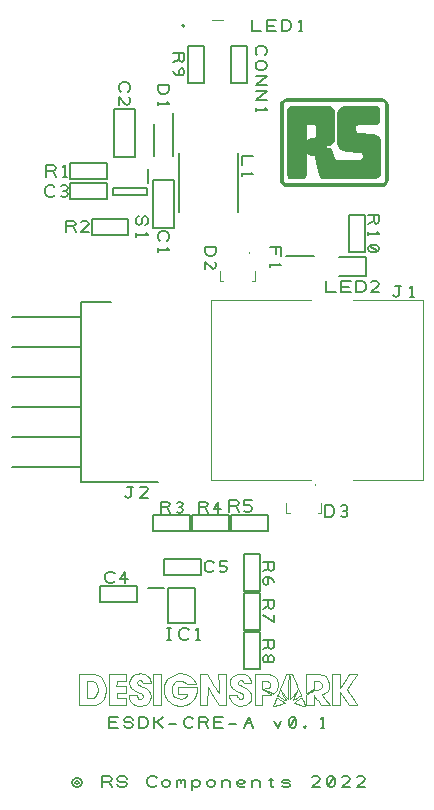
<source format=gbr>
G04 DesignSpark PCB PRO Gerber Version 10.0 Build 5299*
G04 #@! TF.Part,Single*
G04 #@! TF.FileFunction,Legend,Top*
G04 #@! TF.FilePolarity,Positive*
%FSLAX36Y36*%
%MOIN*%
%ADD70C,0.00300*%
%ADD71C,0.00394*%
%ADD17C,0.00500*%
%ADD18C,0.00787*%
%ADD19C,0.00800*%
G04 #@! TD.AperFunction*
X0Y0D02*
D02*
D17*
X188732Y2039248D02*
X185606Y2036122D01*
X179354Y2032996D01*
X169980D01*
X163732Y2036122D01*
X160606Y2039248D01*
X157480Y2045496D01*
Y2057996D01*
X160606Y2064248D01*
X163732Y2067374D01*
X169980Y2070496D01*
X179354D01*
X185606Y2067374D01*
X188732Y2064248D01*
X210606Y2036122D02*
X216854Y2032996D01*
X223106D01*
X229354Y2036122D01*
X232480Y2042374D01*
X229354Y2048622D01*
X223106Y2051748D01*
X216854D01*
X223106D02*
X229354Y2054874D01*
X232480Y2061122D01*
X229354Y2067374D01*
X223106Y2070496D01*
X216854D01*
X210606Y2067374D01*
X161417Y2099925D02*
Y2137425D01*
X183291D01*
X189543Y2134303D01*
X192669Y2128051D01*
X189543Y2121803D01*
X183291Y2118677D01*
X161417D01*
X183291D02*
X192669Y2099925D01*
X217669D02*
X230169D01*
X223917D02*
Y2137425D01*
X217669Y2131177D01*
X228346Y1914886D02*
Y1952386D01*
X250220D01*
X256472Y1949264D01*
X259598Y1943012D01*
X256472Y1936764D01*
X250220Y1933638D01*
X228346D01*
X250220D02*
X259598Y1914886D01*
X303346D02*
X278346D01*
X300220Y1936764D01*
X303346Y1943012D01*
X300220Y1949264D01*
X293972Y1952386D01*
X284598D01*
X278346Y1949264D01*
X241650Y2024681D02*
Y2077681D01*
X364650D01*
Y2024681D01*
X241650D01*
Y2091610D02*
Y2144610D01*
X364650D01*
Y2091610D01*
X241650D01*
X248031Y76992D02*
Y80118D01*
X251157Y89492D01*
X254283Y92618D01*
X260531Y95744D01*
X266783D01*
X273031Y92618D01*
X276157Y89492D01*
X279283Y80118D01*
Y76992D01*
X276157Y70744D01*
X273031Y67618D01*
X266783Y64492D01*
X260531D01*
X254283Y67618D01*
X251157Y70744D01*
X248031Y76992D01*
X269906D02*
X263657Y73870D01*
X257406Y76992D01*
Y83244D01*
X263657Y86370D01*
X269906Y83244D01*
X348031Y64492D02*
Y101992D01*
X369906D01*
X376157Y98870D01*
X379283Y92618D01*
X376157Y86370D01*
X369906Y83244D01*
X348031D01*
X369906D02*
X379283Y64492D01*
X398031Y73870D02*
X401157Y67618D01*
X407406Y64492D01*
X419906D01*
X426157Y67618D01*
X429283Y73870D01*
X426157Y80118D01*
X419906Y83244D01*
X407406D01*
X401157Y86370D01*
X398031Y92618D01*
X401157Y98870D01*
X407406Y101992D01*
X419906D01*
X426157Y98870D01*
X429283Y92618D01*
X529283Y70744D02*
X526157Y67618D01*
X519906Y64492D01*
X510531D01*
X504283Y67618D01*
X501157Y70744D01*
X498031Y76992D01*
Y89492D01*
X501157Y95744D01*
X504283Y98870D01*
X510531Y101992D01*
X519906D01*
X526157Y98870D01*
X529283Y95744D01*
X548031Y73870D02*
X551157Y67618D01*
X557406Y64492D01*
X563657D01*
X569906Y67618D01*
X573031Y73870D01*
Y80118D01*
X569906Y86370D01*
X563657Y89492D01*
X557406D01*
X551157Y86370D01*
X548031Y80118D01*
Y73870D01*
X598031Y64492D02*
Y89492D01*
Y86370D02*
X601157Y89492D01*
X607406D01*
X610531Y86370D01*
Y76992D01*
Y86370D02*
X613657Y89492D01*
X619906D01*
X623031Y86370D01*
Y64492D01*
X648031Y89492D02*
Y55118D01*
Y73870D02*
X651157Y67618D01*
X657406Y64492D01*
X663657D01*
X669906Y67618D01*
X673031Y73870D01*
Y80118D01*
X669906Y86370D01*
X663657Y89492D01*
X657406D01*
X651157Y86370D01*
X648031Y80118D01*
Y73870D01*
X698031D02*
X701157Y67618D01*
X707406Y64492D01*
X713657D01*
X719906Y67618D01*
X723031Y73870D01*
Y80118D01*
X719906Y86370D01*
X713657Y89492D01*
X707406D01*
X701157Y86370D01*
X698031Y80118D01*
Y73870D01*
X748031Y64492D02*
Y89492D01*
Y80118D02*
X751157Y86370D01*
X757406Y89492D01*
X763657D01*
X769906Y86370D01*
X773031Y80118D01*
Y64492D01*
X823031Y67618D02*
X819906Y64492D01*
X813657D01*
X807406D01*
X801157Y67618D01*
X798031Y73870D01*
Y83244D01*
X801157Y86370D01*
X807406Y89492D01*
X813657D01*
X819906Y86370D01*
X823031Y83244D01*
Y80118D01*
X819906Y76992D01*
X813657Y73870D01*
X807406D01*
X801157Y76992D01*
X798031Y80118D01*
X848031Y64492D02*
Y89492D01*
Y80118D02*
X851157Y86370D01*
X857406Y89492D01*
X863657D01*
X869906Y86370D01*
X873031Y80118D01*
Y64492D01*
X903240Y89492D02*
X917823D01*
X910531Y95744D02*
Y67618D01*
X913657Y64492D01*
X916783D01*
X919906Y67618D01*
X948031D02*
X954283Y64492D01*
X966783D01*
X973031Y67618D01*
Y73870D01*
X966783Y76992D01*
X954283D01*
X948031Y80118D01*
Y86370D01*
X954283Y89492D01*
X966783D01*
X973031Y86370D01*
X1073031Y64492D02*
X1048031D01*
X1069906Y86370D01*
X1073031Y92618D01*
X1069906Y98870D01*
X1063657Y101992D01*
X1054283D01*
X1048031Y98870D01*
X1101157Y67618D02*
X1107406Y64492D01*
X1113657D01*
X1119906Y67618D01*
X1123031Y73870D01*
Y92618D01*
X1119906Y98870D01*
X1113657Y101992D01*
X1107406D01*
X1101157Y98870D01*
X1098031Y92618D01*
Y73870D01*
X1101157Y67618D01*
X1119906Y98870D01*
X1173031Y64492D02*
X1148031D01*
X1169906Y86370D01*
X1173031Y92618D01*
X1169906Y98870D01*
X1163657Y101992D01*
X1154283D01*
X1148031Y98870D01*
X1223031Y64492D02*
X1198031D01*
X1219906Y86370D01*
X1223031Y92618D01*
X1219906Y98870D01*
X1213657Y101992D01*
X1204283D01*
X1198031Y98870D01*
X312516Y1906571D02*
Y1959571D01*
X435516D01*
Y1906571D01*
X312516D01*
X389520Y751646D02*
X386394Y748520D01*
X380142Y745394D01*
X370768D01*
X364520Y748520D01*
X361394Y751646D01*
X358268Y757894D01*
Y770394D01*
X361394Y776646D01*
X364520Y779772D01*
X370768Y782894D01*
X380142D01*
X386394Y779772D01*
X389520Y776646D01*
X423894Y745394D02*
Y782894D01*
X408268Y757894D01*
X433268D01*
X370079Y261343D02*
Y298843D01*
X401331D01*
X395079Y280094D02*
X370079D01*
Y261343D02*
X401331D01*
X420079Y270720D02*
X423205Y264469D01*
X429453Y261343D01*
X441953D01*
X448205Y264469D01*
X451331Y270720D01*
X448205Y276969D01*
X441953Y280094D01*
X429453D01*
X423205Y283220D01*
X420079Y289469D01*
X423205Y295720D01*
X429453Y298843D01*
X441953D01*
X448205Y295720D01*
X451331Y289469D01*
X470079Y261343D02*
Y298843D01*
X488831D01*
X495079Y295720D01*
X498205Y292594D01*
X501331Y286343D01*
Y273843D01*
X498205Y267594D01*
X495079Y264469D01*
X488831Y261343D01*
X470079D01*
X520079D02*
Y298843D01*
Y280094D02*
X529453D01*
X551331Y298843D01*
X529453Y280094D02*
X551331Y261343D01*
X570079Y273843D02*
X595079D01*
X651331Y267594D02*
X648205Y264469D01*
X641953Y261343D01*
X632579D01*
X626331Y264469D01*
X623205Y267594D01*
X620079Y273843D01*
Y286343D01*
X623205Y292594D01*
X626331Y295720D01*
X632579Y298843D01*
X641953D01*
X648205Y295720D01*
X651331Y292594D01*
X670079Y261343D02*
Y298843D01*
X691953D01*
X698205Y295720D01*
X701331Y289469D01*
X698205Y283220D01*
X691953Y280094D01*
X670079D01*
X691953D02*
X701331Y261343D01*
X720079D02*
Y298843D01*
X751331D01*
X745079Y280094D02*
X720079D01*
Y261343D02*
X751331D01*
X770079Y273843D02*
X795079D01*
X820079Y261343D02*
X835705Y298843D01*
X851331Y261343D01*
X826331Y276969D02*
X845079D01*
X920079Y286343D02*
X932579Y261343D01*
X945079Y286343D01*
X973205Y264469D02*
X979453Y261343D01*
X985705D01*
X991953Y264469D01*
X995079Y270720D01*
Y289469D01*
X991953Y295720D01*
X985705Y298843D01*
X979453D01*
X973205Y295720D01*
X970079Y289469D01*
Y270720D01*
X973205Y264469D01*
X991953Y295720D01*
X1023205Y261343D02*
X1026331Y264469D01*
X1023205Y267594D01*
X1020079Y264469D01*
X1023205Y261343D01*
X1076331D02*
X1088831D01*
X1082579D02*
Y298843D01*
X1076331Y292594D01*
X409327Y2382134D02*
X406201Y2385260D01*
X403075Y2391512D01*
Y2400886D01*
X406201Y2407134D01*
X409327Y2410260D01*
X415575Y2413386D01*
X428075D01*
X434327Y2410260D01*
X437453Y2407134D01*
X440575Y2400886D01*
Y2391512D01*
X437453Y2385260D01*
X434327Y2382134D01*
X403075Y2338386D02*
Y2363386D01*
X424953Y2341512D01*
X431201Y2338386D01*
X437453Y2341512D01*
X440575Y2347760D01*
Y2357134D01*
X437453Y2363386D01*
X425197Y1035311D02*
X428323Y1032185D01*
X434571Y1029059D01*
X440823Y1032185D01*
X443949Y1035311D01*
Y1066559D01*
X450197D01*
X443949D02*
X431449D01*
X500197Y1029059D02*
X475197D01*
X497071Y1050937D01*
X500197Y1057185D01*
X497071Y1063437D01*
X490823Y1066559D01*
X481449D01*
X475197Y1063437D01*
X471508Y1968504D02*
X465256Y1965378D01*
X462130Y1959130D01*
Y1946630D01*
X465256Y1940378D01*
X471508Y1937252D01*
X477756Y1940378D01*
X480882Y1946630D01*
Y1959130D01*
X484008Y1965378D01*
X490256Y1968504D01*
X496508Y1965378D01*
X499630Y1959130D01*
Y1946630D01*
X496508Y1940378D01*
X490256Y1937252D01*
X462130Y1912252D02*
Y1899752D01*
Y1906004D02*
X499630D01*
X493382Y1912252D01*
X456260Y2164094D02*
Y2324094D01*
X386260D01*
Y2164094D01*
X456260D01*
X463075Y734961D02*
Y681961D01*
X340075D01*
Y734961D01*
X463075D01*
X516181Y2087874D02*
Y1927874D01*
X586181D01*
Y2087874D01*
X516181D01*
X517240Y918382D02*
Y971382D01*
X640240D01*
Y918382D01*
X517240D01*
X539248Y1886071D02*
X536122Y1889197D01*
X532996Y1895449D01*
Y1904823D01*
X536122Y1911071D01*
X539248Y1914197D01*
X545496Y1917323D01*
X557996D01*
X564248Y1914197D01*
X567374Y1911071D01*
X570496Y1904823D01*
Y1895449D01*
X567374Y1889197D01*
X564248Y1886071D01*
X532996Y1861071D02*
Y1848571D01*
Y1854823D02*
X570496D01*
X564248Y1861071D01*
X532996Y2405512D02*
X570496D01*
Y2386760D01*
X567374Y2380512D01*
X564248Y2377386D01*
X557996Y2374260D01*
X545496D01*
X539248Y2377386D01*
X536122Y2380512D01*
X532996Y2386760D01*
Y2405512D01*
Y2349260D02*
Y2336760D01*
Y2343012D02*
X570496D01*
X564248Y2349260D01*
X543106Y978622D02*
Y1016122D01*
X564980D01*
X571232Y1013000D01*
X574358Y1006748D01*
X571232Y1000500D01*
X564980Y997374D01*
X543106D01*
X564980D02*
X574358Y978622D01*
X596232Y981748D02*
X602480Y978622D01*
X608732D01*
X614980Y981748D01*
X618106Y988000D01*
X614980Y994248D01*
X608732Y997374D01*
X602480D01*
X608732D02*
X614980Y1000500D01*
X618106Y1006748D01*
X614980Y1013000D01*
X608732Y1016122D01*
X602480D01*
X596232Y1013000D01*
X563748Y556618D02*
X576248D01*
X570000D02*
Y594118D01*
X563748D02*
X576248D01*
X635626Y562870D02*
X632500Y559744D01*
X626248Y556618D01*
X616874D01*
X610626Y559744D01*
X607500Y562870D01*
X604374Y569118D01*
Y581618D01*
X607500Y587870D01*
X610626Y590996D01*
X616874Y594118D01*
X626248D01*
X632500Y590996D01*
X635626Y587870D01*
X660626Y556618D02*
X673126D01*
X666874D02*
Y594118D01*
X660626Y587870D01*
X584177Y2511811D02*
X621677D01*
Y2489937D01*
X618555Y2483685D01*
X612303Y2480559D01*
X606055Y2483685D01*
X602929Y2489937D01*
Y2511811D01*
Y2489937D02*
X584177Y2480559D01*
Y2452437D02*
X587303Y2446185D01*
X593555Y2439937D01*
X602929Y2436811D01*
X612303D01*
X618555Y2439937D01*
X621677Y2446185D01*
Y2452437D01*
X618555Y2458685D01*
X612303Y2461811D01*
X606055Y2458685D01*
X602929Y2452437D01*
Y2446185D01*
X606055Y2439937D01*
X612303Y2436811D01*
X634917Y2533941D02*
X687917D01*
Y2410941D01*
X634917D01*
Y2533941D01*
X647161Y918382D02*
Y971382D01*
X770161D01*
Y918382D01*
X647161D01*
X669091Y978622D02*
Y1016122D01*
X690965D01*
X697217Y1013000D01*
X700343Y1006748D01*
X697217Y1000500D01*
X690965Y997374D01*
X669091D01*
X690965D02*
X700343Y978622D01*
X734717D02*
Y1016122D01*
X719091Y991122D01*
X744091D01*
X675673Y825713D02*
Y772713D01*
X552673D01*
Y825713D01*
X675673D01*
X690476Y1866142D02*
X727976D01*
Y1847390D01*
X724854Y1841142D01*
X721728Y1838016D01*
X715476Y1834890D01*
X702976D01*
X696728Y1838016D01*
X693602Y1841142D01*
X690476Y1847390D01*
Y1866142D01*
Y1791142D02*
Y1816142D01*
X712354Y1794268D01*
X718602Y1791142D01*
X724854Y1794268D01*
X727976Y1800516D01*
Y1809890D01*
X724854Y1816142D01*
X720228Y787280D02*
X717102Y784154D01*
X710850Y781028D01*
X701476D01*
X695228Y784154D01*
X692102Y787280D01*
X688976Y793528D01*
Y806028D01*
X692102Y812280D01*
X695228Y815406D01*
X701476Y818528D01*
X710850D01*
X717102Y815406D01*
X720228Y812280D01*
X738976Y784154D02*
X745228Y781028D01*
X754602D01*
X760850Y784154D01*
X763976Y790406D01*
Y793528D01*
X760850Y799780D01*
X754602Y802906D01*
X738976D01*
Y818528D01*
X763976D01*
X771453Y982559D02*
Y1020059D01*
X793327D01*
X799579Y1016937D01*
X802705Y1010685D01*
X799579Y1004437D01*
X793327Y1001311D01*
X771453D01*
X793327D02*
X802705Y982559D01*
X821453Y985685D02*
X827705Y982559D01*
X837079D01*
X843327Y985685D01*
X846453Y991937D01*
Y995059D01*
X843327Y1001311D01*
X837079Y1004437D01*
X821453D01*
Y1020059D01*
X846453D01*
X777083Y918382D02*
Y971382D01*
X900083D01*
Y918382D01*
X777083D01*
X850024Y2169291D02*
X812524D01*
Y2138039D01*
Y2113039D02*
Y2100539D01*
Y2106791D02*
X850024D01*
X843776Y2113039D01*
X819957Y580984D02*
X872957D01*
Y457984D01*
X819957D01*
Y580984D01*
Y710906D02*
X872957D01*
Y587906D01*
X819957D01*
Y710906D01*
Y840827D02*
X872957D01*
Y717827D01*
X819957D01*
Y840827D01*
X829650Y2410941D02*
X776650D01*
Y2533941D01*
X829650D01*
Y2410941D01*
X846457Y2621677D02*
Y2584177D01*
X877709D01*
X896457D02*
Y2621677D01*
X927709D01*
X921457Y2602929D02*
X896457D01*
Y2584177D02*
X927709D01*
X946457D02*
Y2621677D01*
X965209D01*
X971457Y2618555D01*
X974583Y2615429D01*
X977709Y2609177D01*
Y2596677D01*
X974583Y2590429D01*
X971457Y2587303D01*
X965209Y2584177D01*
X946457D01*
X1002709D02*
X1015209D01*
X1008957D02*
Y2621677D01*
X1002709Y2615429D01*
X865276Y2504181D02*
X862150Y2507307D01*
X859024Y2513559D01*
Y2522933D01*
X862150Y2529181D01*
X865276Y2532307D01*
X871524Y2535433D01*
X884024D01*
X890276Y2532307D01*
X893402Y2529181D01*
X896524Y2522933D01*
Y2513559D01*
X893402Y2507307D01*
X890276Y2504181D01*
X871524Y2485433D02*
X884024D01*
X890276Y2482307D01*
X893402Y2479181D01*
X896524Y2472933D01*
Y2466681D01*
X893402Y2460433D01*
X890276Y2457307D01*
X884024Y2454181D01*
X871524D01*
X865276Y2457307D01*
X862150Y2460433D01*
X859024Y2466681D01*
Y2472933D01*
X862150Y2479181D01*
X865276Y2482307D01*
X871524Y2485433D01*
X859024Y2435433D02*
X896524D01*
X859024Y2404181D01*
X896524D01*
X859024Y2385433D02*
X896524D01*
X859024Y2354181D01*
X896524D01*
X859024Y2329181D02*
Y2316681D01*
Y2322933D02*
X896524D01*
X890276Y2329181D01*
X883390Y555118D02*
X920890D01*
Y533244D01*
X917768Y526992D01*
X911516Y523866D01*
X905268Y526992D01*
X902142Y533244D01*
Y555118D01*
Y533244D02*
X883390Y523866D01*
X902142Y495744D02*
Y489492D01*
X905268Y483244D01*
X911516Y480118D01*
X917768Y483244D01*
X920890Y489492D01*
Y495744D01*
X917768Y501992D01*
X911516Y505118D01*
X905268Y501992D01*
X902142Y495744D01*
X899016Y501992D01*
X892768Y505118D01*
X886516Y501992D01*
X883390Y495744D01*
Y489492D01*
X886516Y483244D01*
X892768Y480118D01*
X899016Y483244D01*
X902142Y489492D01*
X883390Y688976D02*
X920890D01*
Y667102D01*
X917768Y660850D01*
X911516Y657724D01*
X905268Y660850D01*
X902142Y667102D01*
Y688976D01*
Y667102D02*
X883390Y657724D01*
Y638976D02*
X920890Y613976D01*
Y638976D01*
X883390Y814961D02*
X920890D01*
Y793087D01*
X917768Y786835D01*
X911516Y783709D01*
X905268Y786835D01*
X902142Y793087D01*
Y814961D01*
Y793087D02*
X883390Y783709D01*
X892768Y764961D02*
X899016Y761835D01*
X902142Y755587D01*
Y749335D01*
X899016Y743087D01*
X892768Y739961D01*
X886516Y743087D01*
X883390Y749335D01*
Y755587D01*
X886516Y761835D01*
X892768Y764961D01*
X902142D01*
X911516Y761835D01*
X917768Y755587D01*
X920890Y749335D01*
X907012Y1866142D02*
X944512D01*
Y1834890D01*
X925764Y1841142D02*
Y1866142D01*
X907012Y1809890D02*
Y1797390D01*
Y1803642D02*
X944512D01*
X938264Y1809890D01*
X968697Y2103563D02*
Y2320457D01*
X969445Y2325890D01*
X971736Y2329819D01*
X975646Y2332201D01*
X981248Y2333004D01*
X1098126D01*
X1107575Y2331173D01*
X1114598Y2326287D01*
X1118972Y2319272D01*
X1120480Y2311043D01*
Y2225150D01*
X1118961Y2216980D01*
X1114795Y2210390D01*
X1108567Y2205787D01*
X1100870Y2203575D01*
X1094205Y2202106D01*
X1092709Y2200488D01*
X1092244Y2197693D01*
X1092665Y2195512D01*
X1094154Y2194067D01*
X1101654Y2192201D01*
X1105591Y2191228D01*
X1109008Y2189114D01*
X1113421Y2182791D01*
X1122047Y2159650D01*
X1125433Y2153520D01*
X1129055Y2151433D01*
X1134992Y2150630D01*
X1205587D01*
X1211311Y2151413D01*
X1215492Y2153669D01*
X1218051Y2157248D01*
X1218925Y2162004D01*
Y2170630D01*
X1218287Y2175063D01*
X1216177Y2178720D01*
X1212303Y2181276D01*
X1206374Y2182398D01*
X1163622Y2184358D01*
X1152591Y2187209D01*
X1143622Y2193035D01*
X1137591Y2201291D01*
X1135386Y2211421D01*
Y2307118D01*
X1137008Y2317642D01*
X1141610Y2325110D01*
X1148787Y2329567D01*
X1158134Y2331043D01*
X1258535D01*
X1264528Y2330248D01*
X1268535Y2327906D01*
X1270780Y2324094D01*
X1271480Y2318886D01*
Y2286724D01*
X1270713Y2281063D01*
X1268291Y2277016D01*
X1264031Y2274591D01*
X1257752Y2273780D01*
X1203236D01*
X1197921Y2272898D01*
X1194264Y2270547D01*
X1192150Y2267161D01*
X1191469Y2263193D01*
Y2252209D01*
X1192413Y2248189D01*
X1195197Y2245051D01*
X1199744Y2242945D01*
X1205980Y2242012D01*
X1251083Y2239268D01*
X1260673Y2236591D01*
X1268390Y2230492D01*
X1273531Y2222114D01*
X1275402Y2212598D01*
Y2114154D01*
X1274843Y2109094D01*
X1273276Y2104783D01*
X1267803Y2098319D01*
X1260343Y2094575D01*
X1252260Y2093366D01*
X1090673D01*
X1085079Y2093760D01*
X1080622Y2095327D01*
X1077272Y2098661D01*
X1074984Y2104350D01*
X1060866Y2162004D01*
X1059303Y2166697D01*
X1056894Y2170142D01*
X1052646Y2172260D01*
X1045571Y2172984D01*
X1040693Y2173657D01*
X1036843Y2175728D01*
X1034319Y2179272D01*
X1033409Y2184358D01*
Y2214559D01*
X1034165Y2219646D01*
X1036500Y2223185D01*
X1040528Y2225260D01*
X1046354Y2225933D01*
X1054197D01*
X1058996Y2227016D01*
X1062287Y2229902D01*
X1064181Y2234039D01*
X1064787Y2238874D01*
Y2263583D01*
X1063937Y2268280D01*
X1061504Y2271720D01*
X1057673Y2273843D01*
X1052630Y2274567D01*
X1025961D01*
Y2104740D01*
X1024772Y2099323D01*
X1021744Y2095819D01*
X1017685Y2093933D01*
X1013409Y2093366D01*
X980854D01*
X975480Y2094079D01*
X971689Y2096114D01*
X969437Y2099323D01*
X968697Y2103563D01*
G36*
X968697Y2103563D02*
Y2320457D01*
X969445Y2325890D01*
X971736Y2329819D01*
X975646Y2332201D01*
X981248Y2333004D01*
X1098126D01*
X1107575Y2331173D01*
X1114598Y2326287D01*
X1118972Y2319272D01*
X1120480Y2311043D01*
Y2225150D01*
X1118961Y2216980D01*
X1114795Y2210390D01*
X1108567Y2205787D01*
X1100870Y2203575D01*
X1094205Y2202106D01*
X1092709Y2200488D01*
X1092244Y2197693D01*
X1092665Y2195512D01*
X1094154Y2194067D01*
X1101654Y2192201D01*
X1105591Y2191228D01*
X1109008Y2189114D01*
X1113421Y2182791D01*
X1122047Y2159650D01*
X1125433Y2153520D01*
X1129055Y2151433D01*
X1134992Y2150630D01*
X1205587D01*
X1211311Y2151413D01*
X1215492Y2153669D01*
X1218051Y2157248D01*
X1218925Y2162004D01*
Y2170630D01*
X1218287Y2175063D01*
X1216177Y2178720D01*
X1212303Y2181276D01*
X1206374Y2182398D01*
X1163622Y2184358D01*
X1152591Y2187209D01*
X1143622Y2193035D01*
X1137591Y2201291D01*
X1135386Y2211421D01*
Y2307118D01*
X1137008Y2317642D01*
X1141610Y2325110D01*
X1148787Y2329567D01*
X1158134Y2331043D01*
X1258535D01*
X1264528Y2330248D01*
X1268535Y2327906D01*
X1270780Y2324094D01*
X1271480Y2318886D01*
Y2286724D01*
X1270713Y2281063D01*
X1268291Y2277016D01*
X1264031Y2274591D01*
X1257752Y2273780D01*
X1203236D01*
X1197921Y2272898D01*
X1194264Y2270547D01*
X1192150Y2267161D01*
X1191469Y2263193D01*
Y2252209D01*
X1192413Y2248189D01*
X1195197Y2245051D01*
X1199744Y2242945D01*
X1205980Y2242012D01*
X1251083Y2239268D01*
X1260673Y2236591D01*
X1268390Y2230492D01*
X1273531Y2222114D01*
X1275402Y2212598D01*
Y2114154D01*
X1274843Y2109094D01*
X1273276Y2104783D01*
X1267803Y2098319D01*
X1260343Y2094575D01*
X1252260Y2093366D01*
X1090673D01*
X1085079Y2093760D01*
X1080622Y2095327D01*
X1077272Y2098661D01*
X1074984Y2104350D01*
X1060866Y2162004D01*
X1059303Y2166697D01*
X1056894Y2170142D01*
X1052646Y2172260D01*
X1045571Y2172984D01*
X1040693Y2173657D01*
X1036843Y2175728D01*
X1034319Y2179272D01*
X1033409Y2184358D01*
Y2214559D01*
X1034165Y2219646D01*
X1036500Y2223185D01*
X1040528Y2225260D01*
X1046354Y2225933D01*
X1054197D01*
X1058996Y2227016D01*
X1062287Y2229902D01*
X1064181Y2234039D01*
X1064787Y2238874D01*
Y2263583D01*
X1063937Y2268280D01*
X1061504Y2271720D01*
X1057673Y2273843D01*
X1052630Y2274567D01*
X1025961D01*
Y2104740D01*
X1024772Y2099323D01*
X1021744Y2095819D01*
X1017685Y2093933D01*
X1013409Y2093366D01*
X980854D01*
X975480Y2094079D01*
X971689Y2096114D01*
X969437Y2099323D01*
X968697Y2103563D01*
G37*
X1090551Y966067D02*
Y1003567D01*
X1109303D01*
X1115551Y1000445D01*
X1118677Y997319D01*
X1121803Y991067D01*
Y978567D01*
X1118677Y972319D01*
X1115551Y969193D01*
X1109303Y966067D01*
X1090551D01*
X1143677Y969193D02*
X1149925Y966067D01*
X1156177D01*
X1162425Y969193D01*
X1165551Y975445D01*
X1162425Y981693D01*
X1156177Y984819D01*
X1149925D01*
X1156177D02*
X1162425Y987945D01*
X1165551Y994193D01*
X1162425Y1000445D01*
X1156177Y1003567D01*
X1149925D01*
X1143677Y1000445D01*
X1094488Y1751598D02*
Y1714098D01*
X1125740D01*
X1144488D02*
Y1751598D01*
X1175740D01*
X1169488Y1732850D02*
X1144488D01*
Y1714098D02*
X1175740D01*
X1194488D02*
Y1751598D01*
X1213240D01*
X1219488Y1748476D01*
X1222614Y1745350D01*
X1225740Y1739098D01*
Y1726598D01*
X1222614Y1720350D01*
X1219488Y1717224D01*
X1213240Y1714098D01*
X1194488D01*
X1269488D02*
X1244488D01*
X1266362Y1735976D01*
X1269488Y1742224D01*
X1266362Y1748476D01*
X1260114Y1751598D01*
X1250740D01*
X1244488Y1748476D01*
X1223350Y1847949D02*
X1170350D01*
Y1970949D01*
X1223350D01*
Y1847949D01*
X1233783Y1972441D02*
X1271283D01*
Y1950567D01*
X1268161Y1944315D01*
X1261909Y1941189D01*
X1255661Y1944315D01*
X1252535Y1950567D01*
Y1972441D01*
Y1950567D02*
X1233783Y1941189D01*
Y1916189D02*
Y1903689D01*
Y1909941D02*
X1271283D01*
X1265035Y1916189D01*
X1236909Y1869315D02*
X1233783Y1863067D01*
Y1856815D01*
X1236909Y1850567D01*
X1243161Y1847441D01*
X1261909D01*
X1268161Y1850567D01*
X1271283Y1856815D01*
Y1863067D01*
X1268161Y1869315D01*
X1261909Y1872441D01*
X1243161D01*
X1236909Y1869315D01*
X1268161Y1850567D01*
X1318898Y1704602D02*
X1322024Y1701476D01*
X1328272Y1698350D01*
X1334524Y1701476D01*
X1337650Y1704602D01*
Y1735850D01*
X1343898D01*
X1337650D02*
X1325150D01*
X1375150Y1698350D02*
X1387650D01*
X1381398D02*
Y1735850D01*
X1375150Y1729602D01*
D02*
D18*
X275591Y1131890D02*
X45669D01*
X275591Y1231890D02*
X45669D01*
X275591Y1331890D02*
X45669D01*
X275591Y1431890D02*
X45669D01*
X275591Y1531890D02*
X45669D01*
X275591Y1631890D02*
X45669D01*
X498031Y2062992D02*
Y2039370D01*
X383858D01*
Y2062992D01*
X498031D01*
X499256Y728146D02*
X554374D01*
X500000Y2124016D02*
Y2076772D01*
X519685Y2273425D02*
Y2167520D01*
X535433Y1081890D02*
X275591D01*
Y1681890D01*
X375591D01*
X568154Y728146D02*
X658705D01*
Y610035D01*
X568154D01*
Y728146D01*
X582677Y2312008D02*
Y2167520D01*
X602362Y2177165D02*
Y1980315D01*
X618110Y2598425D02*
Y2606299D02*
G75*
G03*
Y2598425I0J-3937D01*
G01*
Y2606299D02*
G75*
G02*
Y2598425I0J-3937D01*
G01*
X799213Y1980315D02*
Y2177165D01*
X1054646Y1834646D02*
X961102D01*
X1135827Y1766732D02*
X1227362D01*
Y1831693D01*
X1135827D01*
D02*
D19*
X1278146Y2066984D02*
X1286890Y2068748D01*
X1294031Y2073563D01*
X1298843Y2080701D01*
X1300610Y2089445D01*
Y2335748D01*
X1298843Y2344492D01*
X1294031Y2351634D01*
X1286890Y2356449D01*
X1278146Y2358213D01*
X965953D01*
X957209Y2356449D01*
X950067Y2351634D01*
X945252Y2344492D01*
X943488Y2335748D01*
Y2089445D01*
X945252Y2080701D01*
X950067Y2073563D01*
X957209Y2068748D01*
X965953Y2066984D01*
X1278146D01*
X1293677Y2335756D02*
X1292457Y2341799D01*
X1289130Y2346736D01*
X1284193Y2350063D01*
X1278146Y2351283D01*
X965953D01*
X959906Y2350063D01*
X954969Y2346736D01*
X951642Y2341799D01*
X950421Y2335756D01*
Y2089453D01*
X951642Y2083406D01*
X954969Y2078469D01*
X959906Y2075142D01*
X965953Y2073921D01*
X1278146D01*
X1284193Y2075142D01*
X1289126Y2078469D01*
X1292457Y2083406D01*
X1293677Y2089453D01*
Y2335756D01*
D02*
D70*
X269902Y337701D02*
Y441957D01*
X296433Y441531D01*
X299996Y441476D01*
X310709Y441240D01*
X319563Y440803D01*
X325020Y440059D01*
X328126Y439193D01*
X329142Y438819D01*
X332665Y437516D01*
X342480Y431429D01*
X352157Y420567D01*
X358063Y406449D01*
X360059Y393567D01*
Y385059D01*
X358244Y372425D01*
X352756Y358870D01*
X343476Y348445D01*
X333787Y342378D01*
X330315Y340992D01*
X329303Y340598D01*
X326173Y339614D01*
X320866Y338815D01*
X311945Y338386D01*
X300713Y338150D01*
X296976Y338098D01*
X269902Y337701D01*
X316378Y362043D02*
X318205Y362543D01*
X323374Y365169D01*
X328445Y370232D01*
X331661Y377354D01*
X332976Y384307D01*
X333106Y386638D01*
X333295Y390173D01*
X331953Y400874D01*
X326665Y410902D01*
X317106Y416843D01*
X306685Y418795D01*
X297240D01*
Y360835D01*
X304634Y360846D01*
X306256D01*
X311126Y361209D01*
X315772Y361882D01*
X316378Y362043D01*
X370516Y337874D02*
Y441768D01*
X428472D01*
Y418858D01*
X412350Y418551D01*
X396224Y418248D01*
X395898Y410327D01*
X395571Y402390D01*
X427386D01*
Y378331D01*
X395579D01*
X395898Y369858D01*
X396224Y361382D01*
X412350Y361079D01*
X428472Y360772D01*
Y337874D01*
X370516D01*
X460996Y336803D02*
X458366Y337465D01*
X450945Y341154D01*
X443083Y348177D01*
X437957Y357236D01*
X436134Y365012D01*
Y371772D01*
X451020D01*
X456551Y371728D01*
X460524Y371441D01*
X462268Y370705D01*
X462823Y369677D01*
X462929Y369315D01*
X463366Y367764D01*
X465598Y362437D01*
X468461Y359449D01*
X469220Y359051D01*
X469965Y358665D01*
X472508Y358035D01*
X475657Y358252D01*
X478496Y359488D01*
X480846Y361528D01*
X482504Y364165D01*
X483303Y367189D01*
X483059Y370374D01*
X482075Y372827D01*
X481594Y373524D01*
X481374Y373831D01*
X479961Y374846D01*
X476681Y376768D01*
X472240Y379055D01*
X468398Y380862D01*
X467102Y381425D01*
X463539Y382984D01*
X453185Y388421D01*
X444240Y395374D01*
X439453Y403138D01*
X438039Y410220D01*
Y414768D01*
X439165Y421358D01*
X442626Y428768D01*
X448500Y434941D01*
X454693Y438988D01*
X456906Y440024D01*
X457921Y440508D01*
X461028Y441843D01*
X464551Y442854D01*
X468630Y443303D01*
X472969Y443390D01*
X475799D01*
X479984Y443283D01*
X484012Y442878D01*
X487331Y442024D01*
X489972Y440976D01*
X490823Y440571D01*
X492669Y439705D01*
X497882Y436299D01*
X503287Y430874D01*
X506980Y424346D01*
X508689Y418697D01*
X508949Y416764D01*
X509685Y411138D01*
X483327D01*
X482067Y414980D01*
X481693Y416091D01*
X478949Y419650D01*
X474504Y420984D01*
X471866D01*
X468398Y419500D01*
X465339Y415909D01*
X464484Y411500D01*
X465713Y408264D01*
X466484Y407571D01*
X466740Y407335D01*
X468331Y406374D01*
X471953Y404378D01*
X476835Y401854D01*
X481031Y399783D01*
X482441Y399098D01*
X485921Y397425D01*
X496091Y391732D01*
X504504Y384744D01*
X508756Y376878D01*
X509917Y369358D01*
Y366850D01*
X509909Y364476D01*
X508819Y357366D01*
X505520Y349591D01*
X499921Y343386D01*
X494059Y339559D01*
X491965Y338618D01*
X490547Y337992D01*
X485720Y337028D01*
X476992Y336098D01*
X468008Y335980D01*
X462681Y336378D01*
X460996Y336803D01*
X517063Y337874D02*
Y441768D01*
X544406D01*
Y337874D01*
X517063D01*
X592634Y337413D02*
X589898Y338150D01*
X582028Y341559D01*
X572598Y347858D01*
X564618Y356102D01*
X559654Y363421D01*
X558362Y366028D01*
X557689Y367382D01*
X555780Y371484D01*
X554343Y375657D01*
X553654Y380217D01*
X553374Y385165D01*
X553323Y386807D01*
X553224Y389201D01*
X553429Y396378D01*
X554610Y404504D01*
X557016Y411713D01*
X559697Y416925D01*
X560756Y418551D01*
X564138Y423760D01*
X579307Y436150D01*
X602965Y443488D01*
X627728Y440228D01*
X645224Y430618D01*
X649654Y426047D01*
X650575Y425094D01*
X652996Y421862D01*
X656480Y416433D01*
X659213Y411276D01*
X660323Y408744D01*
Y407689D01*
X656469Y407067D01*
X648327Y406768D01*
X630909D01*
X628028Y410539D01*
X626799Y412142D01*
X621780Y415909D01*
X613567Y419106D01*
X604673Y419850D01*
X598252Y418720D01*
X596350Y417843D01*
X595035Y417256D01*
X591437Y414756D01*
X586972Y410346D01*
X583331Y405114D01*
X581378Y400992D01*
X580961Y399547D01*
X580299Y397283D01*
X579669Y390067D01*
X580953Y380520D01*
X584520Y371898D01*
X588480Y366571D01*
X590134Y365193D01*
X592134Y363539D01*
X599512Y360205D01*
X609945Y359063D01*
X620051Y361669D01*
X626756Y365992D01*
X628445Y367913D01*
X629268Y368866D01*
X631543Y371909D01*
X631240Y374043D01*
X626563Y374902D01*
X619063Y375051D01*
X601276D01*
Y396921D01*
X663602D01*
Y385909D01*
X660665Y372390D01*
X652453Y356768D01*
X639819Y344709D01*
X627878Y338461D01*
X623650Y337358D01*
X621906Y336909D01*
X616535Y336197D01*
X608091Y335823D01*
X599661Y336228D01*
X594343Y336957D01*
X592634Y337413D01*
X673449Y337874D02*
Y441831D01*
X685142Y441520D01*
X696827Y441213D01*
X716264Y409630D01*
X718157Y406555D01*
X723854Y397327D01*
X730189Y387138D01*
X734591Y380134D01*
X736299Y377472D01*
X736406Y377378D01*
X736618Y379685D01*
X736673Y386453D01*
X736567Y396654D01*
X736394Y406087D01*
X736319Y409224D01*
X735520Y441768D01*
X760937D01*
Y337799D01*
X737421Y338417D01*
X718283Y368972D01*
X699142Y399539D01*
X698567Y337874D01*
X673449D01*
X798563Y336740D02*
X795744Y337350D01*
X787646Y340882D01*
X779220Y347807D01*
X773795Y356917D01*
X771874Y364925D01*
Y371772D01*
X797846D01*
X798531Y367500D01*
X798681Y366547D01*
X799866Y363772D01*
X802354Y360598D01*
X805567Y358390D01*
X808185Y357555D01*
X809854D01*
X812244Y358378D01*
X815051Y359992D01*
X815535Y360386D01*
X816205Y360961D01*
X818224Y363516D01*
X818898Y366535D01*
Y368516D01*
X818280Y371417D01*
X815929Y374598D01*
X811091Y377752D01*
X805067Y380646D01*
X803035Y381531D01*
X799843Y382921D01*
X790543Y387654D01*
X782051Y393567D01*
X776799Y400008D01*
X774417Y405693D01*
X774000Y407654D01*
X773626Y409417D01*
X773433Y414886D01*
X774854Y421772D01*
X778197Y428181D01*
X781976Y432677D01*
X783429Y433949D01*
X786016Y436224D01*
X795657Y440921D01*
X809819Y443283D01*
X823713Y441020D01*
X832823Y436394D01*
X835161Y434118D01*
X836583Y432740D01*
X841303Y426236D01*
X843559Y418858D01*
X843748Y417031D01*
X844358Y411138D01*
X819390D01*
X817232Y415783D01*
X816823Y416646D01*
X814783Y419614D01*
X812276Y421197D01*
X811646Y421370D01*
X810469Y421701D01*
X806571Y421346D01*
X802311Y418965D01*
X799760Y415035D01*
X799437Y411437D01*
X799803Y410390D01*
X799972Y409890D01*
X800976Y408512D01*
X803732Y406343D01*
X808835Y403382D01*
X815008Y400157D01*
X817083Y399110D01*
X820807Y397232D01*
X831669Y390866D01*
X840386Y383283D01*
X844390Y374858D01*
X845063Y366783D01*
X844882Y364114D01*
X844807Y363067D01*
X843878Y357728D01*
X842406Y353146D01*
X842075Y352472D01*
X841484Y351331D01*
X839157Y348157D01*
X835150Y344122D01*
X830496Y340748D01*
X826874Y338835D01*
X825602Y338386D01*
X824197Y337894D01*
X819740Y337051D01*
X812213Y336272D01*
X804618Y336134D01*
X800035Y336433D01*
X798563Y336740D01*
X856087Y337874D02*
Y442012D01*
X881516Y441520D01*
X884953Y441457D01*
X895280Y441189D01*
X903768Y440720D01*
X909012Y439929D01*
X912067Y439024D01*
X913063Y438638D01*
X914941Y437913D01*
X923110Y432232D01*
X929390Y424059D01*
X930331Y422075D01*
X930728Y421228D01*
X931791Y418622D01*
X932661Y415378D01*
X933063Y411508D01*
X933161Y407535D01*
Y406213D01*
X933150Y404909D01*
X933031Y400969D01*
X932606Y397071D01*
X931740Y393772D01*
X930693Y391142D01*
X930299Y390291D01*
X929732Y389083D01*
X927587Y385665D01*
X924063Y381075D01*
X920610Y377559D01*
X918756Y376150D01*
X917709D01*
X916425Y376823D01*
X912535Y378638D01*
X907035Y381339D01*
X902146Y383795D01*
X900535Y384618D01*
X883969Y393098D01*
X893122Y393685D01*
X894402Y393772D01*
X898248Y394114D01*
X901390Y394720D01*
X903461Y395854D01*
X904969Y397295D01*
X905425Y397807D01*
X906031Y398492D01*
X907913Y401591D01*
X908575Y404965D01*
Y407547D01*
X907453Y411906D01*
X903941Y415839D01*
X897756Y418079D01*
X890902Y418795D01*
X888614D01*
X881236Y418803D01*
Y393067D01*
X897031Y383240D01*
X898535Y382303D01*
X903087Y379449D01*
X907390Y376587D01*
X909909Y374516D01*
X910606Y373087D01*
X909449Y372165D01*
X906417Y371591D01*
X901484Y371236D01*
X896335Y371012D01*
X894626Y370937D01*
X881236Y370413D01*
Y337874D01*
X856087D01*
X917665Y337051D02*
X917866Y337543D01*
X919937Y342614D01*
X922756Y349567D01*
X923335Y350988D01*
X923909Y352417D01*
X926539Y358602D01*
X928217Y362181D01*
X928335Y362295D01*
X928429Y362425D01*
X929720Y361965D01*
X932949Y360386D01*
X937528Y357803D01*
X941618Y355335D01*
X942976Y354480D01*
X956827Y345732D01*
X953205Y344602D01*
X952012Y344228D01*
X948445Y343118D01*
X942846Y341386D01*
X936846Y339539D01*
X930906Y337732D01*
X925472Y336091D01*
X920984Y334744D01*
X917909Y333835D01*
X916980Y333492D01*
X916681D01*
X916768Y334539D01*
X917461Y336571D01*
X917665Y337051D01*
X945484Y361445D02*
X944118Y362138D01*
X940071Y364307D01*
X935626Y366850D01*
X932638Y368811D01*
X931535Y369634D01*
Y370732D01*
X932650Y373201D01*
X935693Y381157D01*
X940185Y392575D01*
X944287Y402850D01*
X945677Y406256D01*
X959819Y441213D01*
X964398Y441555D01*
X968969Y441894D01*
X968181Y404378D01*
X968094Y400661D01*
X967807Y389488D01*
X967409Y376673D01*
X967016Y367315D01*
X966780Y363323D01*
X966685Y362756D01*
X965992Y358665D01*
X955075Y372413D01*
X953996Y373768D01*
X950752Y377803D01*
X947055Y382323D01*
X944374Y385484D01*
X943256Y386732D01*
X943114Y386819D01*
X943594Y385059D01*
X945654Y380933D01*
X946232Y379886D01*
X947736Y377165D01*
X952236Y368941D01*
X956559Y360909D01*
X959110Y355988D01*
X959807Y354331D01*
X959756Y354343D01*
X958555Y354917D01*
X955441Y356445D01*
X950921Y358709D01*
X946843Y360760D01*
X945484Y361445D01*
X986366Y363846D02*
X987008Y365012D01*
X990843Y371921D01*
X994516Y378457D01*
X995071Y379429D01*
X995626Y380409D01*
X997795Y384587D01*
X998736Y386937D01*
X998618Y387055D01*
X997925D01*
X997882Y386992D01*
X997827Y386937D01*
X996823Y385677D01*
X994228Y382429D01*
X990488Y377740D01*
X987118Y373500D01*
X985992Y372094D01*
X974472Y357661D01*
X973768Y389594D01*
X973689Y392898D01*
X973437Y402795D01*
X973059Y415122D01*
X972709Y425201D01*
X972484Y430252D01*
X972398Y431642D01*
X971744Y441768D01*
X981370D01*
X995969Y405638D01*
X997378Y402134D01*
X1001594Y391583D01*
X1006146Y380004D01*
X1009157Y372122D01*
X1010205Y369177D01*
X1010150Y369122D01*
X1009961Y368953D01*
X1008760Y368335D01*
X1005571Y366677D01*
X1001181Y364465D01*
X996205Y361988D01*
X991217Y359543D01*
X986846Y357417D01*
X983677Y355933D01*
X982661Y355366D01*
X982331D01*
X983248Y357866D01*
X985717Y362681D01*
X986366Y363846D01*
X1004492Y339476D02*
X1002697Y340043D01*
X997315Y341760D01*
X991386Y343693D01*
X987295Y345083D01*
X985740Y345650D01*
X985685Y345701D01*
X986579Y346547D01*
X989382Y348520D01*
X993638Y351343D01*
X997594Y353870D01*
X998917Y354693D01*
X1000240Y355528D01*
X1004244Y357992D01*
X1008677Y360642D01*
X1011732Y362350D01*
X1012906Y362929D01*
X1012961Y362866D01*
X1013130Y362681D01*
X1013646Y361476D01*
X1015043Y358252D01*
X1016902Y353795D01*
X1018984Y348736D01*
X1021024Y343661D01*
X1022783Y339173D01*
X1024028Y335909D01*
X1024492Y334807D01*
Y334272D01*
X1024248Y333772D01*
X1022189Y334047D01*
X1016272Y335780D01*
X1007429Y338559D01*
X1004492Y339476D01*
X1027783Y337874D02*
Y372701D01*
X1041283Y380988D01*
X1043193Y382173D01*
X1049004Y385646D01*
X1053843Y388122D01*
X1057465Y389094D01*
X1060528Y389264D01*
X1063016D01*
X1067429Y389736D01*
X1071559Y390634D01*
X1072083Y390846D01*
X1073354Y391378D01*
X1076665Y394264D01*
X1079465Y399390D01*
X1080189Y405358D01*
X1079240Y409953D01*
X1078555Y411276D01*
X1077945Y412461D01*
X1071933Y416787D01*
X1062591Y418772D01*
X1060315D01*
X1052937Y418795D01*
Y390374D01*
X1040921Y384350D01*
X1039748Y383764D01*
X1036213Y382024D01*
X1032268Y380102D01*
X1029512Y378811D01*
X1028638Y378331D01*
X1028283D01*
X1028126Y380850D01*
X1027945Y387685D01*
X1027827Y397807D01*
X1027783Y407079D01*
Y441992D01*
X1052657Y441500D01*
X1056862Y441425D01*
X1069500Y440933D01*
X1080276Y439760D01*
X1087291Y437535D01*
X1091563Y434878D01*
X1092843Y433823D01*
X1095441Y431685D01*
X1101291Y422898D01*
X1104976Y409311D01*
X1103685Y395256D01*
X1099437Y385516D01*
X1097256Y382921D01*
X1096551Y382098D01*
X1094008Y379996D01*
X1089622Y377091D01*
X1085220Y374858D01*
X1082764Y373961D01*
X1081524D01*
X1080276Y373106D01*
Y372390D01*
X1081299Y371087D01*
X1084130Y367220D01*
X1088295Y361795D01*
X1092110Y356969D01*
X1093402Y355366D01*
X1094669Y353787D01*
X1098496Y348992D01*
X1102657Y343673D01*
X1105476Y339976D01*
X1106516Y338843D01*
Y338366D01*
X1102244Y338043D01*
X1094551Y337874D01*
X1077465D01*
X1066220Y353701D01*
X1065110Y355260D01*
X1061768Y359906D01*
X1057972Y365075D01*
X1055232Y368685D01*
X1054098Y370083D01*
X1053961Y370169D01*
X1053213Y366134D01*
X1052937Y357287D01*
Y337874D01*
X1027783D01*
X1114173Y337862D02*
Y441768D01*
X1140382D01*
X1140669Y418110D01*
X1140969Y394453D01*
X1155728Y418079D01*
X1170500Y441713D01*
X1183890Y441732D01*
X1185728Y441744D01*
X1193354Y441594D01*
X1197295Y441307D01*
Y440657D01*
X1195957Y438988D01*
X1192327Y433374D01*
X1186957Y425201D01*
X1182043Y417791D01*
X1180398Y415323D01*
X1163504Y389988D01*
X1165457Y387169D01*
X1165724Y386787D01*
X1167421Y384350D01*
X1171331Y378756D01*
X1176618Y371193D01*
X1181189Y364657D01*
X1182713Y362480D01*
X1184209Y360335D01*
X1188717Y353882D01*
X1193748Y346630D01*
X1197295Y341504D01*
X1198693Y339433D01*
X1198811Y339240D01*
X1198850Y339157D01*
X1198488Y338579D01*
X1196299Y338161D01*
X1191795Y337937D01*
X1186327Y337874D01*
X1169398D01*
X1140969Y383134D01*
X1140669Y360504D01*
X1140382Y337862D01*
X1114173D01*
D02*
D71*
X712598Y2622047D02*
X751969D01*
Y1750000D02*
X741732D01*
Y1783465D01*
X838583Y1842520D02*
Y1846457D02*
G75*
G03*
Y1842520I0J-1969D01*
G01*
Y1846457D02*
G75*
G02*
Y1842520I0J-1969D01*
G01*
X856693Y1783465D02*
Y1750000D01*
X846457D01*
X972441Y978346D02*
X962205D01*
Y1011811D01*
X1044488Y1087598D02*
X709843D01*
Y1687598D01*
X1044488D01*
X1059055Y1070866D02*
Y1074803D02*
G75*
G03*
Y1070866I0J-1969D01*
G01*
Y1074803D02*
G75*
G02*
Y1070866I0J-1969D01*
G01*
X1077165Y1011811D02*
Y978346D01*
X1066929D01*
X1182283Y1087598D02*
X1418504D01*
Y1687598D01*
X1182283D01*
X0Y0D02*
M02*

</source>
